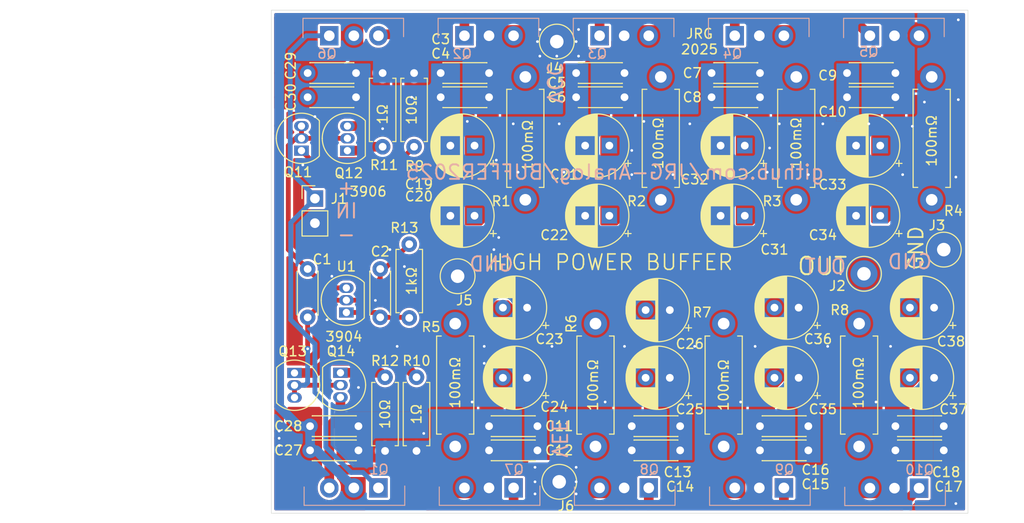
<source format=kicad_pcb>
(kicad_pcb (version 20241229) (generator "pcbnew") (generator_version "9.0")
  (layers (0 "F.Cu" signal) (2 "B.Cu" signal) (13 "F.Paste" user) (15 "B.Paste" user) (5 "F.SilkS" user "F.Silkscreen") (7 "B.SilkS" user "B.Silkscreen") (1 "F.Mask" user) (3 "B.Mask" user) (25 "Edge.Cuts" user))
  (net 0 "")
  (net 1 "Net-(Q11-B)")
  (net 2 "Net-(Q13-B)")
  (net 3 "Net-(U1-VO)")
  (net 4 "GND")
  (net 5 "BIAS_H")
  (net 6 "Net-(Q2-E)")
  (net 7 "Net-(Q3-E)")
  (net 8 "Net-(Q4-E)")
  (net 9 "BIAS_L")
  (net 10 "Net-(Q7-E)")
  (net 11 "Net-(Q8-E)")
  (net 12 "Net-(Q9-E)")
  (net 13 "Net-(Q10-E)")
  (net 14 "Net-(Q11-E)")
  (net 15 "Net-(Q12-E)")
  (net 16 "Net-(Q13-E)")
  (net 17 "Net-(Q14-E)")
  (net 18 "Net-(Q5-E)")
  (net 19 "VCC")
  (net 20 "VEE")
  (net 21 "/IN")
  (net 22 "/OUT")
  (footprint "Capacitor_THT:CP_Radial_D6.3mm_P2.50mm" (layer "F.Cu") (at 169.18238 109 180)
    (property "Reference" "C26")
    (property "Value" "100µF")
  )
  (footprint "Capacitor_THT:CP_Radial_D6.3mm_P2.50mm" (layer "F.Cu") (at 190.93238 99.25 180)
    (property "Reference" "C34")
    (property "Value" "100µF")
  )
  (footprint "Resistor_THT:R_Axial_DIN0411_L9.9mm_D3.6mm_P12.70mm_Horizontal" (layer "F.Cu") (at 161.5 110.4 -90)
    (property "Reference" "R6")
    (property "Value" "100mΩ")
  )
  (footprint "Resistor_THT:R_Axial_DIN0411_L9.9mm_D3.6mm_P12.70mm_Horizontal" (layer "F.Cu") (at 154.25 84.9 -90)
    (property "Reference" "R1")
    (property "Value" "100mΩ")
  )
  (footprint "Resistor_THT:R_Axial_DIN0207_L6.3mm_D2.5mm_P7.62mm_Horizontal" (layer "F.Cu") (at 142.25 109.81 90)
    (property "Reference" "R13")
    (property "Value" "1kΩ")
  )
  (footprint "Package_TO_SOT_THT:TO-92_Inline" (layer "F.Cu") (at 135.75 109.25 90)
    (property "Reference" "U1")
    (property "Value" "L78L05")
  )
  (footprint "Package_TO_SOT_THT:TO-92_Inline" (layer "F.Cu") (at 135.86 92.52 90)
    (property "Reference" "Q12")
    (property "Value" "2N3906")
  )
  (footprint "Capacitor_THT:CP_Radial_D6.3mm_P2.50mm" (layer "F.Cu") (at 176.93238 92 180)
    (property "Reference" "C32")
    (property "Value" "100µF")
  )
  (footprint "Capacitor_THT:CP_Radial_D6.3mm_P2.50mm" (layer "F.Cu") (at 182.5 116 180)
    (property "Reference" "C35")
    (property "Value" "100µF")
  )
  (footprint "Capacitor_THT:CP_Radial_D6.3mm_P2.50mm" (layer "F.Cu") (at 196.5 108.75 180)
    (property "Reference" "C38")
    (property "Value" "100µF")
  )
  (footprint "Capacitor_THT:C_Disc_D4.3mm_W1.9mm_P5.00mm" (layer "F.Cu") (at 150.5 123.5)
    (property "Reference" "C12")
    (property "Value" "100nF")
  )
  (footprint "TestPoint:TestPoint_Loop_D3.50mm_Drill1.4mm_Beaded" (layer "F.Cu") (at 157.5 81.25)
    (property "Reference" "J4")
    (property "Value" "~")
  )
  (footprint "Capacitor_THT:CP_Radial_D6.3mm_P2.50mm" (layer "F.Cu") (at 154.432379 108.75 180)
    (property "Reference" "C23")
    (property "Value" "100µF")
  )
  (footprint "Capacitor_THT:C_Disc_D4.3mm_W1.9mm_P5.00mm" (layer "F.Cu") (at 164.5 84.5 180)
    (property "Reference" "C5")
    (property "Value" "100nF")
  )
  (footprint "Capacitor_THT:CP_Radial_D6.3mm_P2.50mm" (layer "F.Cu") (at 162.93238 92 180)
    (property "Reference" "C21")
    (property "Value" "100µF")
  )
  (footprint "Capacitor_THT:C_Disc_D4.3mm_W1.9mm_P5.00mm" (layer "F.Cu") (at 164.5 87 180)
    (property "Reference" "C6")
    (property "Value" "100nF")
  )
  (footprint "Resistor_THT:R_Axial_DIN0207_L6.3mm_D2.5mm_P7.62mm_Horizontal" (layer "F.Cu") (at 139.75 115.94 -90)
    (property "Reference" "R12")
    (property "Value" "1Ω")
  )
  (footprint "Capacitor_THT:C_Disc_D4.3mm_W1.9mm_P5.00mm" (layer "F.Cu") (at 178.5 84.5 180)
    (property "Reference" "C7")
    (property "Value" "100nF")
  )
  (footprint "Capacitor_THT:C_Disc_D4.3mm_W1.9mm_P5.00mm" (layer "F.Cu") (at 192.5 123.5)
    (property "Reference" "C17")
    (property "Value" "100nF")
  )
  (footprint "Capacitor_THT:C_Disc_D4.3mm_W1.9mm_P5.00mm" (layer "F.Cu") (at 150.5 84.5 180)
    (property "Reference" "C3")
    (property "Value" "100nF")
  )
  (footprint "TestPoint:TestPoint_Loop_D3.50mm_Drill1.4mm_Beaded" (layer "F.Cu") (at 189.25 105.25 180)
    (property "Reference" "J2")
    (property "Value" "~")
  )
  (footprint "Capacitor_THT:CP_Radial_D6.3mm_P2.50mm" (layer "F.Cu") (at 162.93238 99.25 180)
    (property "Reference" "C22")
    (property "Value" "100µF")
  )
  (footprint "Capacitor_THT:C_Disc_D4.3mm_W1.9mm_P5.00mm" (layer "F.Cu") (at 132 123.5)
    (property "Reference" "C27")
    (property "Value" "100nF")
  )
  (footprint "Resistor_THT:R_Axial_DIN0411_L9.9mm_D3.6mm_P12.70mm_Horizontal" (layer "F.Cu") (at 196.25 84.9 -90)
    (property "Reference" "R4")
    (property "Value" "100mΩ")
  )
  (footprint "Capacitor_THT:C_Disc_D4.3mm_W1.9mm_P5.00mm" (layer "F.Cu") (at 178.5 87 180)
    (property "Reference" "C8")
    (property "Value" "100nF")
  )
  (footprint "Capacitor_THT:CP_Radial_D6.3mm_P2.50mm" (layer "F.Cu") (at 190.93238 92 180)
    (property "Reference" "C33")
    (property "Value" "100µF")
  )
  (footprint "Resistor_THT:R_Axial_DIN0207_L6.3mm_D2.5mm_P7.62mm_Horizontal" (layer "F.Cu") (at 143 115.94 -90)
    (property "Reference" "R10")
    (property "Value" "10Ω")
  )
  (footprint "TestPoint:TestPoint_Loop_D3.50mm_Drill1.4mm_Beaded" (layer "F.Cu") (at 197.5 102.75 180)
    (property "Reference" "J3")
    (property "Value" "~")
  )
  (footprint "Capacitor_THT:C_Disc_D4.3mm_W1.9mm_P5.00mm" (layer "F.Cu") (at 131.75 87)
    (property "Reference" "C30")
    (property "Value" "100nF")
  )
  (footprint "Capacitor_THT:CP_Radial_D6.3mm_P2.50mm" (layer "F.Cu") (at 169.182379 116 180)
    (property "Reference" "C25")
    (property "Value" "100µF")
  )
  (footprint "Capacitor_THT:C_Disc_D4.3mm_W1.9mm_P5.00mm" (layer "F.Cu") (at 131.75 84.5)
    (property "Reference" "C29")
    (property "Value" "100nF")
  )
  (footprint "Capacitor_THT:C_Disc_D4.3mm_W1.9mm_P5.00mm" (layer "F.Cu") (at 192.5 121)
    (property "Reference" "C18")
    (property "Value" "100nF")
  )
  (footprint "Capacitor_THT:CP_Radial_D6.3mm_P2.50mm" (layer "F.Cu") (at 149 99.25 180)
    (property "Reference" "C20")
    (property "Value" "100µF")
  )
  (footprint "Resistor_THT:R_Axial_DIN0411_L9.9mm_D3.6mm_P12.70mm_Horizontal" (layer "F.Cu") (at 168.25 84.9 -90)
    (property "Reference" "R2")
    (property "Value" "100mΩ")
  )
  (footprint "Capacitor_THT:CP_Radial_D6.3mm_P2.50mm" (layer "F.Cu") (at 154.432379 116 180)
    (property "Reference" "C24")
    (property "Value" "100µF")
  )
  (footprint "Capacitor_THT:CP_Radial_D6.3mm_P2.50mm" (layer "F.Cu") (at 176.93238 99.25 180)
    (property "Reference" "C31")
    (property "Value" "100µF")
  )
  (footprint "Capacitor_THT:CP_Radial_D6.3mm_P2.50mm" (layer "F.Cu") (at 182.5 108.75 180)
    (property "Reference" "C36")
    (property "Value" "100µF")
  )
  (footprint "Capacitor_THT:CP_Radial_D6.3mm_P2.50mm" (layer "F.Cu") (at 149 92 180)
    (property "Reference" "C19")
    (property "Value" "100µF")
  )
  (footprint "Package_TO_SOT_THT:TO-92_Inline" (layer "F.Cu") (at 131.11 92.52 90)
    (property "Reference" "Q11")
    (property "Value" "2N3906")
  )
  (footprint "Resistor_THT:R_Axial_DIN0207_L6.3mm_D2.5mm_P7.62mm_Horizontal" (layer "F.Cu") (at 142.75 84.5 -90)
    (property "Reference" "R9")
    (property "Value" "10Ω")
  )
  (footprint "TestPoint:TestPoint_Loop_D3.50mm_Drill1.4mm_Beaded" (layer "F.Cu") (at 147.25 105.5)
    (property "Reference" "J5")
    (property "Value" "~")
  )
  (footprint "Connector_PinHeader_2.54mm:PinHeader_1x02_P2.54mm_Vertical" (layer "F.Cu") (at 132.5 97.475)
    (property "Reference" "J1")
    (property "Value" "Conn_Coaxial")
  )
  (footprint "Resistor_THT:R_Axial_DIN0207_L6.3mm_D2.5mm_P7.62mm_Horizontal" (layer "F.Cu") (at 139.5 84.5 -90)
    (property "Reference" "R11")
    (property "Value" "1Ω")
  )
  (footprint "Capacitor_THT:C_Disc_D4.3mm_W1.9mm_P5.00mm" (layer "F.Cu") (at 178.5 123.5)
    (property "Reference" "C15")
    (property "Value" "100nF")
  )
  (footprint "Capacitor_THT:C_Disc_D4.3mm_W1.9mm_P5.00mm" (layer "F.Cu") (at 165.25 123.5)
    (property "Reference" "C14")
    (property "Value" "100nF")
  )
  (footprint "Resistor_THT:R_Axial_DIN0411_L9.9mm_D3.6mm_P12.70mm_Horizontal" (layer "F.Cu") (at 182.25 84.9 -90)
    (property "Reference" "R3")
    (property "Value" "100mΩ")
  )
  (footprint "Resistor_THT:R_Axial_DIN0411_L9.9mm_D3.6mm_P12.70mm_Horizontal" (layer "F.Cu") (at 188.75 110.4 -90)
    (property "Reference" "R8")
    (property "Value" "100mΩ")
  )
  (footprint "Capacitor_THT:C_Disc_D4.3mm_W1.9mm_P5.00mm" (layer "F.Cu") (at 192.5 84.5 180)
    (property "Reference" "C9")
    (property "Value" "100nF")
  )
  (footprint "Package_TO_SOT_THT:TO-92_Inline" (layer "F.Cu") (at 135.14 115.48 -90)
    (property "Reference" "Q14")
    (property "Value" "2N3904")
  )
  (footprint "TestPoint:TestPoint_Loop_D3.50mm_Drill1.4mm_Beaded" (layer "F.Cu") (at 157.75 126.75)
    (property "Reference" "J6")
    (property "Value" "~")
  )
  (footprint "Capacitor_THT:C_Disc_D4.3mm_W1.9mm_P5.00mm" (layer "F.Cu") (at 150.5 121)
    (property "Reference" "C11")
    (property "Value" "100nF")
  )
  (footprint "Capacitor_THT:C_Disc_D4.3mm_W1.9mm_P5.00mm" (layer "F.Cu") (at 131.75 104.75 -90)
    (property "Reference" "C1")
    (property "Value" "100nF")
  )
  (footprint "Capacitor_THT:C_Disc_D4.3mm_W1.9mm_P5.00mm" (layer "F.Cu") (at 192.5 87 180)
    (property "Reference" "C10")
    (property "Value" "100nF")
  )
  (footprint "Resistor_THT:R_Axial_DIN0411_L9.9mm_D3.6mm_P12.70mm_Horizontal" (layer "F.Cu") (at 147 110.4 -90)
    (property "Reference" "R5")
    (property "Value" "100mΩ")
  )
  (footprint "Resistor_THT:R_Axial_DIN0411_L9.9mm_D3.6mm_P12.70mm_Horizontal" (layer "F.Cu") (at 174.75 110.4 -90)
    (property "Reference" "R7")
    (property "Value" "100mΩ")
  )
  (footprint "Capacitor_THT:C_Disc_D4.3mm_W1.9mm_P5.00mm" (layer "F.Cu") (at 165.25 121)
    (property "Reference" "C13")
    (property "Value" "100nF")
  )
  (footprint "Capacitor_THT:C_Disc_D4.3mm_W1.9mm_P5.00mm" (layer "F.Cu") (at 150.5 87 180)
    (property "Reference" "C4")
    (property "Value" "100nF")
  )
  (footprint "Capacitor_THT:CP_Radial_D6.3mm_P2.50mm" (layer "F.Cu") (at 196.5 116 180)
    (property "Reference" "C37")
    (property "Value" "100µF")
  )
  (footprint "Capacitor_THT:C_Disc_D4.3mm_W1.9mm_P5.00mm" (layer "F.Cu") (at 178.5 121)
    (property "Reference" "C16")
    (property "Value" "100nF")
  )
  (footprint "Capacitor_THT:C_Disc_D4.3mm_W1.9mm_P5.00mm" (layer "F.Cu") (at 132 121)
    (property "Reference" "C28")
    (property "Value" "100nF")
  )
  (footprint "Package_TO_SOT_THT:TO-92_Inline" (layer "F.Cu") (at 130.39 115.5 -90)
    (property "Reference" "Q13")
    (property "Value" "2N3904")
  )
  (footprint "Capacitor_THT:C_Disc_D4.3mm_W1.9mm_P5.00mm" (layer "F.Cu") (at 139.25 109.75 90)
    (property "Reference" "C2")
    (property "Value" "100nF")
  )
  (footprint "AA JG Lib Footprints Library:TO-220-3_Vertical_FP" (layer "B.Cu") (at 153.035 80.645 180)
    (property "Reference" "Q2")
    (property "Value" "C6144")
  )
  (footprint "AA JG Lib Footprints Library:TO-220-3_Vertical_FP" (layer "B.Cu") (at 180.975 80.645 180)
    (property "Reference" "Q4")
    (property "Value" "C6144")
  )
  (footprint "AA JG Lib Footprints Library:TO-220-3_Vertical_FP" (layer "B.Cu") (at 194.945 80.645 180)
    (property "Reference" "Q5")
    (property "Value" "C6144")
  )
  (footprint "AA JG Lib Footprints Library:TO-220-3_Vertical_FP" (layer "B.Cu") (at 161.925 127.381)
    (property "Reference" "Q8")
    (property "Value" "A2222")
  )
  (footprint "AA JG Lib Footprints Library:TO-220-3_Vertical_FP" (layer "B.Cu") (at 139.065 80.645 180)
    (property "Reference" "Q6")
    (property "Value" "A2222")
  )
  (footprint "AA JG Lib Footprints Library:TO-220-3_Vertical_FP" (layer "B.Cu") (at 175.895 127.381)
    (property "Reference" "Q9")
    (property "Value" "A2222")
  )
  (footprint "AA JG Lib Footprints Library:TO-220-3_Vertical_FP" (layer "B.Cu") (at 147.955 127.381)
    (property "Reference" "Q7")
    (property "Value" "A2222")
  )
  (footprint "AA JG Lib Footprints Library:TO-220-3_Vertical_FP" (layer "B.Cu") (at 167.005 80.645 180)
    (property "Reference" "Q3")
    (property "Value" "C6144")
  )
  (footprint "AA JG Lib Footprints Library:TO-220-3_Vertical_FP" (layer "B.Cu") (at 133.985 127.381)
    (property "Reference" "Q1")
    (property "Value" "C6144")
  )
  (footprint "AA JG Lib Footprints Library:TO-220-3_Vertical_FP" (layer "B.Cu") (at 189.865 127.4065)
    (property "Reference" "Q10")
    (property "Value" "A2222")
  )
  (gr_rect (start 128 78) (end 200 130) (stroke (width 0.05)) (fill no) (layer "Edge.Cuts"))
  (gr_text "100mΩ" (at 154.5 92 90) (layer "F.SilkS") (effects (font (size 1 1))))
  (gr_text "GND" (at 195.5 105 90) (layer "F.SilkS") (effects (font (size 1.5 1.5) (thickness 0.18)) (justify left bottom)))
  (gr_text "100mΩ" (at 196.25 91.5 90) (layer "F.SilkS") (effects (font (size 1 1))))
  (gr_text "1kΩ" (at 142.5 106 90) (layer "F.SilkS") (effects (font (size 1 1))))
  (gr_text "10Ω" (at 142.5 88.31 90) (layer "F.SilkS") (effects (font (size 1 1))))
  (gr_text "100mΩ" (at 174.75 116.75 90) (layer "F.SilkS") (effects (font (size 1 1))))
  (gr_text "JRG\n2025" (at 172.25 81.25 0) (layer "F.SilkS") (effects (font (size 1 1))))
  (gr_text "100mΩ" (at 147 116.5 90) (layer "F.SilkS") (effects (font (size 1 1))))
  (gr_text "10Ω" (at 139.75 119.75 90) (layer "F.SilkS") (effects (font (size 1 1))))
  (gr_text "HIGH POWER BUFFER" (at 150.25 105 0) (layer "F.SilkS") (effects (font (size 1.6 1.6) (thickness 0.16)) (justify left bottom)))
  (gr_text "3904" (at 135.5 111.75 0) (layer "F.SilkS") (effects (font (size 1 1))))
  (gr_text "100mΩ" (at 161.25 116.75 90) (layer "F.SilkS") (effects (font (size 1 1))))
  (gr_text "100mΩ" (at 168 91.75 90) (layer "F.SilkS") (effects (font (size 1 1))))
  (gr_text "100mΩ" (at 188.7 116.5 90) (layer "F.SilkS") (effects (font (size 1 1))))
  (gr_text "1Ω" (at 139.5 88.75 90) (layer "F.SilkS") (effects (font (size 1 1))))
  (gr_text "1Ω" (at 143 119.75 90) (layer "F.SilkS") (effects (font (size 1 1))))
  (gr_text "3906" (at 138 96.75 0) (layer "F.SilkS") (effects (font (size 1 1))))
  (gr_text "100mΩ" (at 182.25 91.75 90) (layer "F.SilkS") (effects (font (size 1 1))))
  (gr_text "OUT" (at 182.25 105.52 0) (layer "F.SilkS") (effects (font (size 1.8 1.8) (thickness 0.2)) (justify left bottom)))
  (gr_text "VCC" (at 157.25 85.5 270) (layer "B.SilkS") (effects (font (size 1.5 1.5) (thickness 0.2)) (justify mirror)))
  (gr_text "GND" (at 150.75 104.25 0) (layer "B.SilkS") (effects (font (size 1.5 1.5) (thickness 0.2)) (justify mirror)))
  (gr_text "+\nIN\n-" (at 135.75 98.75 0) (layer "B.SilkS") (effects (font (size 1.5 1.5) (thickness 0.2)) (justify mirror)))
  (gr_text "github.com/JRG-Analog/BUFFER2025" (at 163.5 94.75 0) (layer "B.SilkS") (effects (font (size 1.5 1.5) (thickness 0.2)) (justify mirror)))
  (gr_text "VEE" (at 157.75 122.25 270) (layer "B.SilkS") (effects (font (size 1.5 1.5) (thickness 0.2)) (justify mirror)))
  (gr_text "GND" (at 194 104 0) (layer "B.SilkS") (effects (font (size 1.5 1.5) (thickness 0.2)) (justify mirror)))
  (gr_text "OUT" (at 185.25 104.5 0) (layer "B.SilkS") (effects (font (size 1.5 1.5) (thickness 0.2)) (justify mirror)))
  (segment (start 131.11 91.25) (end 130.5 91.25) (width 0.5) (layer "F.Cu") (net 1))
  (segment (start 129.75 92) (end 129.75 102.75) (width 0.5) (layer "F.Cu") (net 1))
  (segment (start 133.71 106.71) (end 131.75 104.75) (width 0.5) (layer "F.Cu") (net 1))
  (segment (start 129.75 102.75) (end 131.75 104.75) (width 0.5) (layer "F.Cu") (net 1))
  (segment (start 131.11 91.25) (end 131.11 89.98) (width 0.5) (layer "F.Cu") (net 1))
  (segment (start 130.5 91.25) (end 129.75 92) (width 0.5) (layer "F.Cu") (net 1))
  (segment (start 131.11 91.25) (end 135.86 91.25) (width 0.5) (layer "F.Cu") (net 1))
  (segment (start 135.75 106.71) (end 133.71 106.71) (width 0.5) (layer "F.Cu") (net 1))
  (segment (start 133.52 107.98) (end 131.75 109.75) (width 0.5) (layer "F.Cu") (net 2))
  (segment (start 135.75 107.98) (end 133.52 107.98) (width 0.5) (layer "F.Cu") (net 2))
  (segment (start 130.39 116.77) (end 135.12 116.77) (width 0.5) (layer "F.Cu") (net 2))
  (segment (start 139.25 104.75) (end 139.69 104.75) (width 0.5) (layer "F.Cu") (net 2))
  (segment (start 135.75 107.98) (end 137 107.98) (width 0.5) (layer "F.Cu") (net 2))
  (segment (start 139.25 105.73) (end 139.25 104.75) (width 0.5) (layer "F.Cu") (net 2))
  (segment (start 139.69 104.75) (end 142.25 102.19) (width 0.5) (layer "F.Cu") (net 2))
  (segment (start 137 107.98) (end 139.25 105.73) (width 0.5) (layer "F.Cu") (net 2))
  (segment (start 130.39 118.04) (end 130.39 116.77) (width 0.5) (layer "F.Cu") (net 2))
  (segment (start 135.12 116.77) (end 135.14 116.75) (width 0.5) (layer "F.Cu") (net 2))
  (segment (start 131.75 109.75) (end 131.75 113) (width 0.5) (layer "F.Cu") (net 2))
  (via (at 131.75 113) (size 0.6) (drill 0.28) (layers "F.Cu" "B.Cu") (net 2))
  (segment (start 131.48 116.77) (end 130.39 116.77) (width 0.5) (layer "B.Cu") (net 2))
  (segment (start 131.75 113) (end 131.75 116.5) (width 0.5) (layer "B.Cu") (net 2))
  (segment (start 131.75 116.5) (end 131.48 116.77) (width 0.5) (layer "B.Cu") (net 2))
  (segment (start 139.25 109.75) (end 142.19 109.75) (width 0.5) (layer "F.Cu") (net 3))
  (segment (start 142.19 109.75) (end 142.25 109.81) (width 0.5) (layer "F.Cu") (net 3))
  (segment (start 138.75 109.25) (end 139.25 109.75) (width 0.5) (layer "F.Cu") (net 3))
  (segment (start 135.75 109.25) (end 138.75 109.25) (width 0.5) (layer "F.Cu") (net 3))
  (segment (start 136.525 84.475) (end 136.5 84.5) (width 1) (layer "F.Cu") (net 4))
  (segment (start 146.5 99.25) (end 146.5 104.75) (width 1) (layer "F.Cu") (net 4))
  (segment (start 146.5 104.75) (end 147.25 105.5) (width 1) (layer "F.Cu") (net 4))
  (segment (start 146.5 92) (end 146.5 99.25) (width 1) (layer "F.Cu") (net 4))
  (via (at 178 112.75) (size 0.6) (drill 0.28) (layers "F.Cu" "B.Cu") (net 4))
  (via (at 190.5 118.5) (size 0.6) (drill 0.28) (layers "F.Cu" "B.Cu") (net 4))
  (via (at 199 79) (size 0.6) (drill 0.28) (layers "F.Cu" "B.Cu") (net 4))
  (via (at 139.5 90.25) (size 0.6) (drill 0.28) (layers "F.Cu" "B.Cu") (net 4))
  (via (at 195.5 87.5) (size 0.6) (drill 0.28) (layers "F.Cu" "B.Cu") (net 4))
  (via (at 157.75 89.75) (size 0.6) (drill 0.28) (layers "F.Cu" "B.Cu") (net 4))
  (via (at 193.25 95) (size 0.6) (drill 0.28) (layers "F.Cu" "B.Cu") (net 4))
  (via (at 164.5 112.75) (size 0.6) (drill 0.28) (layers "F.Cu" "B.Cu") (net 4))
  (via (at 169.5 95) (size 0.6) (drill 0.28) (layers "F.Cu" "B.Cu") (net 4))
  (via (at 194.25 90) (size 0.6) (drill 0.28) (layers "F.Cu" "B.Cu") (net 4))
  (via (at 176.5 118.5) (size 0.6) (drill 0.28) (layers "F.Cu" "B.Cu") (net 4))
  (via (at 137 117) (size 0.6) (drill 0.28) (layers "F.Cu" "B.Cu") (net 4))
  (via (at 150 112.75) (size 0.6) (drill 0.28) (layers "F.Cu" "B.Cu") (net 4))
  (via (at 165.25 92.5) (size 0.6) (drill 0.28) (layers "F.Cu" "B.Cu") (net 4))
  (via (at 171.75 112.75) (size 0.6) (drill 0.28) (layers "F.Cu" "B.Cu") (net 4))
  (via (at 157 112.75) (size 0.6) (drill 0.28) (layers "F.Cu" "B.Cu") (net 4))
  (via (at 138.75 108) (size 0.6) (drill 0.28) (layers "F.Cu" "B.Cu") (net 4))
  (via (at 171.25 89.75) (size 0.6) (drill 0.28) (layers "F.Cu" "B.Cu") (net 4))
  (via (at 131.25 94) (size 0.6) (drill 0.28) (layers "F.Cu" "B.Cu") (net 4))
  (via (at 183.5 95) (size 0.6) (drill 0.28) (layers "F.Cu" "B.Cu") (net 4))
  (via (at 199 87.25) (size 0.6) (drill 0.28) (layers "F.Cu" "B.Cu") (net 4))
  (via (at 179.25 94.75) (size 0.6) (drill 0.28) (layers "F.Cu" "B.Cu") (net 4))
  (via (at 179.5 92.25) (size 0.6) (drill 0.28) (layers "F.Cu" "B.Cu") (net 4))
  (via (at 153 89.75) (size 0.6) (drill 0.28) (layers "F.Cu" "B.Cu") (net 4))
  (via (at 143.75 121.75) (size 0.6) (drill 0.28) (layers "F.Cu" "B.Cu") (net 4))
  (via (at 132.5 89) (size 0.6) (drill 0.28) (layers "F.Cu" "B.Cu") (net 4))
  (via (at 148.25 89.5) (size 0.6) (drill 0.28) (layers "F.Cu" "B.Cu") (net 4))
  (via (at 185 89.75) (size 0.6) (drill 0.28) (layers "F.Cu" "B.Cu") (net 4))
  (via (at 185.5 112.75) (size 0.6) (drill 0.28) (layers "F.Cu" "B.Cu") (net 4))
  (via (at 198.75 129) (size 0.6) (drill 0.28) (layers "F.Cu" "B.Cu") (net 4))
  (via (at 151.25 93.5) (size 0.6) (drill 0.28) (layers "F.Cu" "B.Cu") (net 4))
  (via (at 162.5 118.5) (size 0.6) (drill 0.28) (layers "F.Cu" "B.Cu") (net 4))
  (via (at 148.75 118.5) (size 0.6) (drill 0.28) (layers "F.Cu" "B.Cu") (net 4))
  (via (at 140.25 102.75) (size 0.6) (drill 0.28) (layers "F.Cu" "B.Cu") (net 4))
  (via (at 180.5 89.75) (size 0.6) (drill 0.28) (layers "F.Cu" "B.Cu") (net 4))
  (via (at 133.75 110) (size 0.6) (drill 0.28) (layers "F.Cu" "B.Cu") (net 4))
  (via (at 165.25 95) (size 0.6) (drill 0.28) (layers "F.Cu" "B.Cu") (net 4))
  (via (at 151 102.75) (size 0.6) (drill 0.28) (layers "F.Cu" "B.Cu") (net 4))
  (via (at 166.5 89.5) (size 0.6) (drill 0.28) (layers "F.Cu" "B.Cu") (net 4))
  (via (at 158.25 94.75) (size 0.6) (drill 0.28) (layers "F.Cu" "B.Cu") (net 4))
  (via (at 153.5 94.75) (size 0.6) (drill 0.28) (layers "F.Cu" "B.Cu") (net 4))
  (via (at 134.25 105.5) (size 0.6) (drill 0.28) (layers "F.Cu" "B.Cu") (net 4))
  (via (at 134.25 112.75) (size 0.6) (drill 0.28) (layers "F.Cu" "B.Cu") (net 4))
  (via (at 192 112.75) (size 0.6) (drill 0.28) (layers "F.Cu" "B.Cu") (net 4))
  (via (at 141.75 104.5) (size 0.6) (drill 0.28) (layers "F.Cu" "B.Cu") (net 4))
  (via (at 189.75 89.75) (size 0.6) (drill 0.28) (layers "F.Cu" "B.Cu") (net 4))
  (via (at 142.5 87) (size 0.6) (drill 0.28) (layers "F.Cu" "B.Cu") (net 4))
  (via (at 198.75 95.25) (size 0.6) (drill 0.28) (layers "F.Cu" "B.Cu") (net 4))
  (via (at 150 114.5) (size 0.6) (drill 0.28) (layers "F.Cu" "B.Cu") (net 4))
  (via (at 151.5 101.5) (size 0.6) (drill 0.28) (layers "F.Cu" "B.Cu") (net 4))
  (via (at 141 112.75) (size 0.6) (drill 0.28) (layers "F.Cu" "B.Cu") (net 4))
  (segment (start 154.25 104) (end 148.5 104) (width 1) (layer "B.Cu") (net 4))
  (segment (start 160.43238 92) (end 160.43238 99.25) (width 1) (layer "B.Cu") (net 4))
  (segment (start 188.43238 92) (end 188.43238 99.25) (width 1) (layer "B.Cu") (net 4))
  (segment (start 145.5 84.5) (end 145.5 87) (width 1) (layer "B.Cu") (net 4))
  (segment (start 132.5 100.015) (end 145.735 100.015) (width 1) (layer "B.Cu") (net 4))
  (segment (start 150 114.5) (end 154.5 114.5) (width 1) (layer "B.Cu") (net 4))
  (segment (start 148.5 104.25) (end 147.25 105.5) (width 1) (layer "B.Cu") (net 4))
  (segment (start 154.5 114.5) (end 154.432379 114.432379) (width 1) (layer "B.Cu") (net 4))
  (segment (start 136.75 84.5) (end 136.75 87) (width 1) (layer "B.Cu") (net 4))
  (segment (start 174.43238 103.61476) (end 174.75 103.93238) (width 1) (layer "B.Cu") (net 4))
  (segment (start 148.5 104) (end 148.5 104.25) (width 1) (layer "B.Cu") (net 4))
  (segment (start 154.432379 114.432379) (end 154.432379 108.75) (width 1) (layer "B.Cu") (net 4))
  (segment (start 191 102.5) (end 191.25 102.75) (width 1) (layer "B.Cu") (net 4))
  (segment (start 160.43238 103.93238) (end 174.75 103.93238) (width 1) (layer "B.Cu") (net 4))
  (segment (start 174.43238 99.25) (end 174.43238 103.61476) (width 1) (layer "B.Cu") (net 4))
  (segment (start 154.432379 104.182379) (end 154.25 104) (width 1) (layer "B.Cu") (net 4))
  (segment (start 141.5 121) (end 148 114.5) (width 1) (layer "B.Cu") (net 4))
  (segment (start 187.25 102.5) (end 188.75 102.5) (width 1) (layer "B.Cu") (net 4))
  (segment (start 154.5 114.5) (end 154.5 115.932379) (width 1) (layer "B.Cu") (net 4))
  (segment (start 160.43238 103.93238) (end 160.5 104) (width 1) (layer "B.Cu") (net 4))
  (segment (start 154.5 115.932379) (end 154.432379 116) (width 1) (layer "B.Cu") (net 4))
  (segment (start 137 121) (end 141.5 121) (width 1) (layer "B.Cu") (net 4))
  (segment (start 142.5 87) (end 145.5 87) (width 1) (layer "B.Cu") (net 4))
  (segment (start 145.5 91) (end 146.5 92) (width 1) (layer "B.Cu") (net 4))
  (segment (start 188.43238 99.25) (end 188.43238 102.18238) (width 1) (layer "B.Cu") (net 4))
  (segment (start 160.43238 99.25) (end 160.43238 103.93238) (width 1) (layer "B.Cu") (net 4))
  (segment (start 174.75 103.93238) (end 185.81762 103.93238) (width 1) (layer "B.Cu") (net 4))
  (segment (start 191.25 102.75) (end 197.5 102.75) (width 1) (layer "B.Cu") (net 4))
  (segment (start 145.5 87) (end 145.5 91) (width 1) (layer "B.Cu") (net 4))
  (segment (start 185.81762 103.93238) (end 187.25 102.5) (width 1) (layer "B.Cu") (net 4))
  (segment (start 160.5 104) (end 154.25 104) (width 1) (layer "B.Cu") (net 4))
  (segment (start 145.735 100.015) (end 146.5 99.25) (width 1) (layer "B.Cu") (net 4))
  (segment (start 148 114.5) (end 150 114.5) (width 1) (layer "B.Cu") (net 4))
  (segment (start 136.75 87) (end 142.5 87) (width 1) (layer "B.Cu") (net 4))
  (segment (start 174.43238 92) (end 174.43238 99.25) (width 1) (layer "B.Cu") (net 4))
  (segment (start 188.75 102.5) (end 191 102.5) (width 1) (layer "B.Cu") (net 4))
  (segment (start 154.432379 108.75) (end 154.432379 104.182379) (width 1) (layer "B.Cu") (net 4))
  (segment (start 188.43238 102.18238) (end 188.75 102.5) (width 1) (layer "B.Cu") (net 4))
  (segment (start 162 78.801) (end 176 78.801) (width 1) (layer "F.Cu") (net 5))
  (segment (start 161.925 80.645) (end 161.925 78.876) (width 1) (layer "F.Cu") (net 5))
  (segment (start 147.955 78.846) (end 148 78.801) (width 1) (layer "F.Cu") (net 5))
  (segment (start 142.75 78.801) (end 148 78.801) (width 1) (layer "F.Cu") (net 5))
  (segment (start 139.21 80.5) (end 139.065 80.645) (width 1) (layer "F.Cu") (net 5))
  (segment (start 137.77 89.98) (end 141 86.75) (width 1) (layer "F.Cu") (net 5))
  (segment (start 141 86.75) (end 141 80.5) (width 1) (layer "F.Cu") (net 5))
  (segment (start 141 80.5) (end 141.051 80.5) (width 1) (layer "F.Cu") (net 5))
  (segment (start 139.065 80.645) (end 139.307 80.403) (width 1) (layer "F.Cu") (net 5))
  (segment (start 141 80.5) (end 139.21 80.5) (width 1) (layer "F.Cu") (net 5))
  (segment (start 161.925 78.876) (end 162 78.801) (width 1) (layer "F.Cu") (net 5))
  (segment (start 147.955 80.645) (end 147.955 78.846) (width 1) (layer "F.Cu") (net 5))
  (segment (start 188.021 78.801) (end 189.865 80.645) (width 1) (layer "F.Cu") (net 5))
  (segment (start 148 78.801) (end 162 78.801) (width 1) (layer "F.Cu") (net 5))
  (segment (start 135.86 89.98) (end 137.77 89.98) (width 1) (layer "F.Cu") (net 5))
  (segment (start 141.051 80.5) (end 142.75 78.801) (width 1) (layer "F.Cu") (net 5))
  (segment (start 175.895 78.906) (end 176 78.801) (width 1) (layer "F.Cu") (net 5))
  (segment (start 176 78.801) (end 188.021 78.801) (width 1) (layer "F.Cu") (net 5))
  (segment (start 175.895 80.645) (end 175.895 78.906) (width 1) (layer "F.Cu") (net 5))
  (segment (start 153.035 83.685) (end 154.25 84.9) (width 1) (layer "F.Cu") (net 6))
  (segment (start 153.035 80.645) (end 153.035 83.685) (width 1) (layer "F.Cu") (net 6))
  (segment (start 167.005 80.645) (end 167.005 83.655) (width 1) (layer "F.Cu") (net 7))
  (segment (start 167.005 83.655) (end 168.25 84.9) (width 1) (layer "F.Cu") (net 7))
  (segment (start 180.975 83.625) (end 182.25 84.9) (width 1) (layer "F.Cu") (net 8))
  (segment (start 180.975 80.645) (end 180.975 83.625) (width 1) (layer "F.Cu") (net 8))
  (segment (start 167 129.199) (end 181 129.199) (width 1) (layer "F.Cu") (net 9))
  (segment (start 167.005 127.381) (end 167.005 129.194) (width 1) (layer "F.Cu") (net 9))
  (segment (start 181 129.199) (end 193.1525 129.199) (width 1) (layer "F.Cu") (net 9))
  (segment (start 193.1525 129.199) (end 194.945 127.4065) (width 1) (layer "F.Cu") (net 9))
  (segment (start 153.035 129.164) (end 153 129.199) (width 1) (layer "F.Cu") (net 9))
  (segment (start 180.975 129.174) (end 181 129.199) (width 1) (layer "F.Cu") (net 9))
  (segment (start 144.1575 129.199) (end 140.4585 125.5) (width 1) (layer "F.Cu") (net 9))
  (segment (start 153 129.199) (end 144.1575 129.199) (width 1) (layer "F.Cu") (net 9))
  (segment (start 133.985 125.5) (end 133.985 127.381) (width 1) (layer "F.Cu") (net 9))
  (segment (start 153.035 127.381) (end 153.035 129.164) (width 1) (layer "F.Cu") (net 9))
  (segment (start 140.4585 125.5) (end 133.985 125.5) (width 1) (layer "F.Cu") (net 9))
  (segment (start 135.14 118.02) (end 135.14 119.86) (width 1) (layer "F.Cu") (net 9))
  (segment (start 153 129.199) (end 167 129.199) (width 1) (layer "F.Cu") (net 9))
  (segment (start 180.975 127.381) (end 180.975 129.174) (width 1) (layer "F.Cu") (net 9))
  (segment (start 135.14 119.86) (end 133.985 121.015) (width 1) (layer "F.Cu") (net 9))
  (segment (start 167.005 129.194) (end 167 129.199) (width 1) (layer "F.Cu") (net 9))
  (segment (start 133.985 121.015) (end 133.985 125.5) (width 1) (layer "F.Cu") (net 9))
  (segment (start 147.955 124.055) (end 147 123.1) (width 1) (layer "F.Cu") (net 10))
  (segment (start 147.955 127.381) (end 147.955 124.055) (width 1) (layer "F.Cu") (net 10))
  (segment (start 161.925 123.525) (end 161.5 123.1) (width 1) (layer "F.Cu") (net 11))
  (segment (start 161.925 127.381) (end 161.925 123.525) (width 1) (layer "F.Cu") (net 11))
  (segment (start 175.895 124.245) (end 174.75 123.1) (width 1) (layer "F.Cu") (net 12))
  (segment (start 175.895 127.381) (end 175.895 124.245) (width 1) (layer "F.Cu") (net 12))
  (segment (start 189.865 124.215) (end 188.75 123.1) (width 1) (layer "F.Cu") (net 13))
  (segment (start 189.865 127.4065) (end 189.865 124.215) (width 1) (layer "F.Cu") (net 13))
  (segment (start 132.046 93.456) (end 141.414 93.456) (width 0.5) (layer "F.Cu") (net 14))
  (segment (start 141.414 93.456) (end 142.75 92.12) (width 0.5) (layer "F.Cu") (net 14))
  (segment (start 131.11 92.52) (end 132.046 93.456) (width 0.5) (layer "F.Cu") (net 14))
  (segment (start 139.5 92.12) (end 138.38 92.12) (width 1) (layer "F.Cu") (net 15))
  (segment (start 137.98 92.52) (end 135.86 92.52) (width 1) (layer "F.Cu") (net 15))
  (segment (start 138.38 92.12) (end 137.98 92.52) (width 1) (layer "F.Cu") (net 15))
  (segment (start 132.5 115.5) (end 130.39 115.5) (width 1) (layer "F.Cu") (net 16))
  (segment (start 143 115.94) (end 141.31 114.25) (width 1) (layer "F.Cu") (net 16))
  (segment (start 141.31 114.25) (end 133.75 114.25) (width 1) (layer "F.Cu") (net 16))
  (segment (start 133.75 114.25) (end 132.5 115.5) (width 1) (layer "F.Cu") (net 16))
  (segment (start 139.29 115.48) (end 139.75 115.94) (width 1) (layer "F.Cu") (net 17))
  (segment (start 135.14 115.48) (end 139.29 115.48) (width 1) (layer "F.Cu") (net 17))
  (segment (start 194.945 83.595) (end 196.25 84.9) (width 1) (layer "F.Cu") (net 18))
  (segment (start 194.945 80.645) (end 194.945 83.595) (width 1) (layer "F.Cu") (net 18))
  (segment (start 164.5 90.43238) (end 162.93238 92) (width 1) (layer "F.Cu") (net 19))
  (segment (start 190.93238 92) (end 190.93238 99.25) (width 1) (layer "F.Cu") (net 19))
  (segment (start 192.5 90.43238) (end 190.93238 92) (width 1) (layer "F.Cu") (net 19))
  (segment (start 162.93238 92) (end 162.93238 99.25) (width 1) (layer "F.Cu") (net 19))
  (segment (start 150.5 90.5) (end 149 92) (width 1) (layer "F.Cu") (net 19))
  (segment (start 150.5 87) (end 150.5 90.5) (width 1) (layer "F.Cu") (net 19))
  (segment (start 178.5 87) (end 178.5 90.43238) (width 1) (layer "F.Cu") (net 19))
  (segment (start 176.93238 92) (end 176.93238 99.25) (width 1) (layer "F.Cu") (net 19))
  (segment (start 164.5 87) (end 164.5 90.43238) (width 1) (layer "F.Cu") (net 19))
  (segment (start 149 99.25) (end 149 92) (width 1) (layer "F.Cu") (net 19))
  (segment (start 178.5 90.43238) (end 176.93238 92) (width 1) (layer "F.Cu") (net 19))
  (segment (start 192.5 87) (end 192.5 90.43238) (width 1) (layer "F.Cu") (net 19))
  (via (at 155.5 81.25) (size 0.6) (drill 0.28) (layers "F.Cu" "B.Cu") (net 19))
  (via (at 157.5 82.75) (size 0.6) (drill 0.28) (layers "F.Cu" "B.Cu") (net 19))
  (via (at 159.5 81.25) (size 0.6) (drill 0.28) (layers "F.Cu" "B.Cu") (net 19))
  (via (at 155.75 82.75) (size 0.6) (drill 0.28) (layers "F.Cu" "B.Cu") (net 19))
  (via (at 159.75 82.75) (size 0.6) (drill 0.28) (layers "F.Cu" "B.Cu") (net 19))
  (via (at 155.75 80) (size 0.6) (drill 0.28) (layers "F.Cu" "B.Cu") (net 19))
  (via (at 159.75 80) (size 0.6) (drill 0.28) (layers "F.Cu" "B.Cu") (net 19))
  (segment (start 128.801 119) (end 128.801 78.801) (width 1) (layer "B.Cu") (net 19))
  (segment (start 128.801 78.801) (end 143.25 78.801) (width 1) (layer "B.Cu") (net 19))
  (segment (start 150.495 80.645) (end 150.495 79.505) (width 1) (layer "B.Cu") (net 19))
  (segment (start 157.5 81.25) (end 155.5 81.25) (width 1) (layer "B.Cu") (net 19))
  (segment (start 157.5 81.25) (end 157.5 82.75) (width 1) (layer "B.Cu") (net 19))
  (segment (start 151.199 78.801) (end 191 78.801) (width 1) (layer "B.Cu") (net 19))
  (segment (start 192.405 80.645) (end 192.405 84.405) (width 1) (layer "B.Cu") (net 19))
  (segment (start 178.5 87) (end 178.5 84.5) (width 1) (layer "B.Cu") (net 19))
  (segment (start 150.495 84.495) (end 150.5 84.5) (width 1) (layer "B.Cu") (net 19))
  (segment (start 178.5 80.71) (end 178.435 80.645) (width 1) (layer "B.Cu") (net 19))
  (segment (start 164.5 80.68) (end 164.465 80.645) (width 1) (layer "B.Cu") (net 19))
  (segment (start 142.75 84.5) (end 139.5 84.5) (width 1) (layer "B.Cu") (net 19))
  (segment (start 150.495 79.505) (end 151.199 78.801) (width 1) (layer "B.Cu") (net 19))
  (segment (start 191 78.801) (end 192.405 80.206) (width 1) (layer "B.Cu") (net 19))
  (segment (start 178.5 84.5) (end 178.5 80.71) (width 1) (layer "B.Cu") (net 19))
  (segment (start 130.801 121) (end 132 121) (width 1) (layer "B.Cu") (net 19))
  (segment (start 192.405 80.206) (end 192.405 80.645) (width 1) (layer "B.Cu") (net 19))
  (segment (start 143.25 78.801) (end 143.25 80.745) (width 1) (layer "B.Cu") (net 19))
  (segment (start 150.495 80.645) (end 150.495 83) (width 1) (layer "B.Cu") (net 19))
  (segment (start 150.495 83) (end 150.495 84.495) (width 1) (layer "B.Cu") (net 19))
  (segment (start 132 121) (end 132 123.5) (width 1) (layer "B.Cu") (net 19))
  (segment (start 157.5 81.25) (end 159.5 81.25) (width 1) (layer "B.Cu") (net 19))
  (segment (start 150.5 83.005) (end 150.5 87) (width 1) (layer "B.Cu") (net 19))
  (segment (start 192.405 84.405) (end 192.5 84.5) (width 1) (layer "B.Cu") (net 19))
  (segment (start 142.75 81.245) (end 142.75 84.5) (width 1) (layer "B.Cu") (net 19))
  (segment (start 128.801 119) (end 130.801 121) (width 1) (layer "B.Cu") (net 19))
  (segment (start 150.495 83) (end 150.5 83.005) (width 1) (layer "B.Cu") (net 19))
  (segment (start 164.5 84.5) (end 164.5 80.68) (width 1) (layer "B.Cu") (net 19))
  (segment (start 132.644 123.5) (end 132 123.5) (width 1) (layer "B.Cu") (net 19))
  (segment (start 136.525 127.381) (end 132.644 123.5) (width 1) (layer "B.Cu") (net 19))
  (segment (start 192.5 84.5) (end 192.5 87) (width 1) (layer "B.Cu") (net 19))
  (segment (start 164.5 87) (end 164.5 84.5) (width 1) (layer "B.Cu") (net 19))
  (segment (start 143.25 80.745) (end 142.75 81.245) (width 1) (layer "B.Cu") (net 19))
  (segment (start 128.801 123) (end 128.801 122.25) (width 1) (layer "F.Cu") (net 20))
  (segment (start 135.4045 82.5) (end 132.75 82.5) (width 1) (layer "F.Cu") (net 20))
  (segment (start 128.801 122.25) (end 128.801 121.5) (width 1) (layer "F.Cu") (net 20))
  (segment (start 128.801 89.949) (end 128.801 90.75) (width 1) (layer "F.Cu") (net 20))
  (segment (start 194 116) (end 194 108.75) (width 1) (layer "F.Cu") (net 20))
  (segment (start 139.75 123.56) (end 143 123.56) (width 1) (layer "F.Cu") (net 20))
  (segment (start 151.932379 108.75) (end 151.932379 116) (width 1) (layer "F.Cu") (net 20))
  (segment (start 132.75 83.5) (end 131.75 84.5) (width 1) (layer "F.Cu") (net 20))
  (segment (start 128.801 78.801) (end 128.801 84.5) (width 1) (layer "F.Cu") (net 20))
  (segment (start 150.5 117.432379) (end 150.5 121) (width 1) (layer "F.Cu") (net 20))
  (segment (start 135.551 78.801) (end 128.801 78.801) (width 1) (layer "F.Cu") (net 20))
  (segment (start 136.525 80.645) (end 136.525 81.3795) (width 1) (layer "F.Cu") (net 20))
  (segment (start 192.5 121) (end 192.5 117.5) (width 1) (layer "F.Cu") (net 20))
  (segment (start 180 116) (end 180 108.75) (width 1) (layer "F.Cu") (net 20))
  (segment (start 151.932379 116) (end 150.5 117.432379) (width 1) (layer "F.Cu") (net 20))
  (segment (start 128.801 121.5) (end 128.801 90.75) (width 1) (layer "F.Cu") (net 20))
  (segment (start 178.5 121) (end 178.5 117.5) (width 1) (layer "F.Cu") (net 20))
  (segment (start 178.5 117.5) (end 180 116) (width 1) (layer "F.Cu") (net 20))
  (segment (start 136.525 81.3795) (end 135.4045 82.5) (width 1) (layer "F.Cu") (net 20))
  (segment (start 131.75 84.5) (end 131.75 87) (width 1) (layer "F.Cu") (net 20))
  (segment (start 165.25 117.432379) (end 166.682379 116) (width 1) (layer "F.Cu") (net 20))
  (segment (start 128.801 84.5) (end 128.801 87) (width 1) (layer "F.Cu") (net 20))
  (segment (start 166.68238 109) (end 166.682379 116) (width 1) (layer "F.Cu") (net 20))
  (segment (start 192.5 117.5) (end 194 116) (width 1) (layer "F.Cu") (net 20))
  (segment (start 165.25 121) (end 165.25 117.432379) (width 1) (layer "F.Cu") (net 20))
  (segment (start 136.525 79.775) (end 135.551 78.801) (width 1) (layer "F.Cu") (net 20))
  (segment (start 128.801 87) (end 128.801 89.949) (width 1) (layer "F.Cu") (net 20))
  (segment (start 136.525 80.645) (end 136.525 79.775) (width 1) (layer "F.Cu") (net 20))
  (segment (start 132.75 82.5) (end 132.75 83.5) (width 1) (layer "F.Cu") (net 20))
  (via (at 159.5 126.75) (size 0.6) (drill 0.28) (layers "F.Cu" "B.Cu") (net 20))
  (via (at 128.801 122.25) (size 0.6) (drill 0.28) (layers "F.Cu" "B.Cu") (net 20))
  (via (at 159.5 125.25) (size 0.6) (drill 0.28) (layers "F.Cu" "B.Cu") (net 20))
  (via (at 128.801 123) (size 0.6) (drill 0.28) (layers "F.Cu" "B.Cu") (net 20))
  (via (at 128.801 121.5) (size 0.6) (drill 0.28) (layers "F.Cu" "B.Cu") (net 20))
  (via (at 155.25 126.75) (size 0.6) (drill 0.28) (layers "F.Cu" "B.Cu") (net 20))
  (via (at 159.5 128) (size 0.6) (drill 0.28) (layers "F.Cu" "B.Cu") (net 20))
  (via (at 155.25 128) (size 0.6) (drill 0.28) (layers "F.Cu" "B.Cu") (net 20))
  (via (at 155.25 125.25) (size 0.6) (drill 0.28) (layers "F.Cu" "B.Cu") (net 20))
  (segment (start 178.5 127.316) (end 178.435 127.381) (width 1) (layer "B.Cu") (net 20))
  (segment (start 164.75 129.199) (end 178.75 129.199) (width 1) (layer "B.Cu") (net 20))
  (segment (start 164.465 127.381) (end 164.465 128.914) (width 1) (layer "B.Cu") (net 20))
  (segment (start 150.5 129.199) (end 164.75 129.199) (width 1) (layer "B.Cu") (net 20))
  (segment (start 164.465 127.381) (end 164.465 124.285) (width 1) (layer "B.Cu") (net 20))
  (segment (start 192.5 121) (end 192.5 123.5) (width 1) (layer "B.Cu") (net 20))
  (segment (start 178.5 123.5) (end 178.5 127.316) (width 1) (layer "B.Cu") (net 20))
  (segment (start 192.405 128.544) (end 191.75 129.199) (width 1) (layer "B.Cu") (net 20))
  (segment (start 150.495 127.381) (end 150.495 129.194) (width 1) (layer "B.Cu") (net 20))
  (segment (start 178.435 128.884) (end 178.75 129.199) (width 1) (layer "B.Cu") (net 20))
  (segment (start 150.495 127.381) (end 150.495 123.505) (width 1) (layer "B.Cu") (net 20))
  (segment (start 145.449 129.199) (end 143 126.75) (width 1) (layer "B.Cu") (net 20))
  (segment (start 164.465 124.285) (end 165.25 123.5) (width 1) (layer "B.Cu") (net 20))
  (segment (start 178.5 121) (end 178.5 123.5) (width 1) (layer "B.Cu") (net 20))
  (segment (start 145.449 129.199) (end 150.5 129.199) (width 1) (layer "B.Cu") (net 20))
  (segment (start 178.435 127.381) (end 178.435 128.884) (width 1) (layer "B.Cu") (net 20))
  (segment (start 150.495 123.505) (end 150.5 123.5) (width 1) (layer "B.Cu") (net 20))
  (segment (start 150.495 129.194) (end 150.5 129.199) (width 1) (layer "B.Cu") (net 20))
  (segment (start 178.75 129.199) (end 191.75 129.199) (width 1) (layer "B.Cu") (net 20))
  (segment (start 192.5 127.3115) (end 192.405 127.4065) (width 1) (layer "B.Cu") (net 20))
  (segment (start 143 126.75) (end 143 123.56) (width 1) (layer "B.Cu") (net 20))
  (segment (start 150.5 123.5) (end 150.5 121) (width 1) (layer "B.Cu") (net 20))
  (segment (start 165.25 121) (end 165.25 123.5) (width 1) (layer "B.Cu") (net 20))
  (segment (start 192.5 123.5) (end 192.5 127.3115) (width 1) (layer "B.Cu") (net 20))
  (segment (start 164.465 128.914) (end 164.75 129.199) (width 1) (layer "B.Cu") (net 20))
  (segment (start 192.405 127.4065) (end 192.405 128.544) (width 1) (layer "B.Cu") (net 20))
  (segment (start 130 99.975) (end 132.5 97.475) (width 0.5) (layer "B.Cu") (net 21))
  (segment (start 132.5 97.25) (end 129.949 94.699) (width 0.5) (layer "B.Cu") (net 21))
  (segment (start 136.25 125.783) (end 133.625 123.158) (width 0.5) (layer "B.Cu") (net 21))
  (segment (start 133.625 123.158) (end 133.625 118.625) (width 0.5) (layer "B.Cu") (net 21))
  (segment (start 132.5 97.475) (end 132.5 97.25) (width 0.5) (layer "B.Cu") (net 21))
  (segment (start 131.605 80.645) (end 133.985 80.645) (width 0.5) (layer "B.Cu") (net 21))
  (segment (start 132.5 117.5) (end 132.5 112.5) (width 0.5) (layer "B.Cu") (net 21))
  (segment (start 132.5 117.5) (end 133.625 118.625) (width 0.5) (layer "B.Cu") (net 21))
  (segment (start 129.949 94.699) (end 129.949 82.301) (width 0.5) (layer "B.Cu") (net 21))
  (segment (start 139.065 127.381) (end 137.467 125.783) (width 0.5) (layer "B.Cu") (net 21))
  (segment (start 129.949 82.301) (end 131.605 80.645) (width 0.5) (layer "B.Cu") (net 21))
  (segment (start 137.467 125.783) (end 136.25 125.783) (width 0.5) (layer "B.Cu") (net 21))
  (segment (start 130 110) (end 130 99.975) (width 0.5) (layer "B.Cu") (net 21))
  (segment (start 132.5 112.5) (end 130 110) (width 0.5) (layer "B.Cu") (net 21))
  (segment (start 161.5 110.4) (end 161.5 105.5) (width 1) (layer "F.Cu") (net 22))
  (segment (start 161.25 105.25) (end 154.25 105.25) (width 1) (layer "F.Cu") (net 22))
  (segment (start 182.5 105.25) (end 174.75 105.25) (width 1) (layer "F.Cu") (net 22))
  (segment (start 152.15 105.25) (end 147 110.4) (width 1) (layer "F.Cu") (net 22))
  (segment (start 168.25 97.6) (end 168.25 105) (width 1) (layer "F.Cu") (net 22))
  (segment (start 196.25 97.6) (end 189.25 104.6) (width 1) (layer "F.Cu") (net 22))
  (segment (start 154.25 105.25) (end 152.15 105.25) (width 1) (layer "F.Cu") (net 22))
  (segment (start 188.75 110.4) (end 188.75 105.75) (width 1) (layer "F.Cu") (net 22))
  (segment (start 174.75 105.25) (end 168.5 105.25) (width 1) (layer "F.Cu") (net 22))
  (segment (start 189.25 104.6) (end 189.25 105.25) (width 1) (layer "F.Cu") (net 22))
  (segment (start 174.75 110.4) (end 174.75 105.25) (width 1) (layer "F.Cu") (net 22))
  (segment (start 168.25 105) (end 168.5 105.25) (width 1) (layer "F.Cu") (net 22))
  (segment (start 182.25 105) (end 182.5 105.25) (width 1) (layer "F.Cu") (net 22))
  (segment (start 182.25 97.6) (end 182.25 105) (width 1) (layer "F.Cu") (net 22))
  (segment (start 168.5 105.25) (end 161.25 105.25) (width 1) (layer "F.Cu") (net 22))
  (segment (start 188.75 105.75) (end 189.25 105.25) (width 1) (layer "F.Cu") (net 22))
  (segment (start 161.5 105.5) (end 161.25 105.25) (width 1) (layer "F.Cu") (net 22))
  (segment (start 154.25 97.6) (end 154.25 105.25) (width 1) (layer "F.Cu") (net 22))
  (segment (start 189.25 105.25) (end 182.5 105.25) (width 1) (layer "F.Cu") (net 22))
  (zone (net 4) (net_name "GND") (layer "F.Cu") (priority 3) (connect_pads yes (clearance 0.25)) (min_thickness 0.25) (fill yes (thermal_gap 0.5) (thermal_bridge_width 0.5))
    (polygon (pts (xy 196.25 103.25) (xy 199 103.25) (xy 199 112.5) (xy 195.5 112.5) (xy 195.5 104.25)))
  )
  (zone (net 4) (net_name "GND") (layer "F.Cu") (priority 3) (connect_pads yes (clearance 0.25)) (min_thickness 0.25) (fill yes (thermal_gap 0.5) (thermal_bridge_width 0.5))
    (polygon (pts (xy 170.25 108) (xy 170.25 112.5) (xy 168 112.5) (xy 168 108)))
  )
  (zone (net 22) (net_name "/OUT") (layer "F.Cu") (priority 2) (connect_pads yes (clearance 0.25)) (min_thickness 0.25) (fill yes (thermal_gap 0.5) (thermal_bridge_width 0.5))
    (polygon (pts (xy 198.25 95.75) (xy 152.5 95.75) (xy 152.5 102.5) (xy 145.5 109.5) (xy 145.25 109.75) (xy 145.25 111) (xy 146.25 112) (xy 150 112) (xy 154.75 112) (xy 198.25 112)))
  )
  (zone (net 6) (net_name "Net-(Q2-E)") (layer "F.Cu") (priority 3) (connect_pads yes (clearance 0.25)) (min_thickness 0.25) (fill yes (thermal_gap 0.5) (thermal_bridge_width 0.5))
    (polygon (pts (xy 155.75 86.5) (xy 155.75 79.25) (xy 151.75 79.25) (xy 151.75 86.5)))
  )
  (zone (net 20) (net_name "VEE") (layer "F.Cu") (priority 4) (connect_pads yes (clearance 0.25)) (min_thickness 0.25) (fill yes (thermal_gap 0.5) (thermal_bridge_width 0.5))
    (polygon (pts (xy 128.25 78.25) (xy 137.5 78.25) (xy 137.5 81.5) (xy 133.25 85.75) (xy 133.25 87.5) (xy 132.5 88.25) (xy 128.25 88.25)))
  )
  (zone (net 18) (net_name "Net-(Q5-E)") (layer "F.Cu") (priority 3) (connect_pads yes (clearance 0.25)) (min_thickness 0.25) (fill yes (thermal_gap 0.5) (thermal_bridge_width 0.5))
    (polygon (pts (xy 197.75 86.5) (xy 197.75 79.25) (xy 193.75 79.25) (xy 193.75 86.5)))
  )
  (zone (net 7) (net_name "Net-(Q3-E)") (layer "F.Cu") (priority 3) (connect_pads yes (clearance 0.25)) (min_thickness 0.25) (fill yes (thermal_gap 0.5) (thermal_bridge_width 0.5))
    (polygon (pts (xy 169.75 86.5) (xy 169.75 79.25) (xy 165.75 79.25) (xy 165.75 86.5)))
  )
  (zone (net 10) (net_name "Net-(Q7-E)") (layer "F.Cu") (priority 3) (connect_pads yes (clearance 0.25)) (min_thickness 0.25) (fill yes (thermal_gap 0.5) (thermal_bridge_width 0.5))
    (polygon (pts (xy 149.25 128.75) (xy 149.25 121.5) (xy 145.25 121.5) (xy 145.25 128.75)))
  )
  (zone (net 19) (net_name "VCC") (layer "F.Cu") (priority 4) (connect_pads yes (clearance 0.25)) (min_thickness 0.25) (fill yes (thermal_gap 0.5) (thermal_bridge_width 0.5))
    (polygon (pts (xy 137.75 126) (xy 137.75 129.75) (xy 128.25 129.75) (xy 128.25 120.5) (xy 129.75 119) (xy 133 119) (xy 133.25 119.25) (xy 133.25 126)))
  )
  (zone (net 13) (net_name "Net-(Q10-E)") (layer "F.Cu") (priority 3) (connect_pads yes (clearance 0.25)) (min_thickness 0.25) (fill yes (thermal_gap 0.5) (thermal_bridge_width 0.5))
    (polygon (pts (xy 191.25 128.75) (xy 191.25 121.5) (xy 187.25 121.5) (xy 187.25 128.75)))
  )
  (zone (net 11) (net_name "Net-(Q8-E)") (layer "F.Cu") (priority 3) (connect_pads yes (clearance 0.25)) (min_thickness 0.25) (fill yes (thermal_gap 0.5) (thermal_bridge_width 0.5))
    (polygon (pts (xy 163.25 128.5) (xy 163.25 121.25) (xy 159.25 121.25) (xy 159.25 128.5)))
  )
  (zone (net 20) (net_name "VEE") (layer "F.Cu") (priority 4) (connect_pads yes (clearance 0.25)) (min_thickness 0.25) (fill yes (thermal_gap 0.5) (thermal_bridge_width 0.5))
    (polygon (pts (xy 154.75 128.5) (xy 154.75 124.75) (xy 160 124.75) (xy 160 128.5)))
  )
  (zone (net 19) (net_name "VCC") (layer "F.Cu") (priority 4) (connect_pads yes (clearance 0.25)) (min_thickness 0.25) (fill yes (thermal_gap 0.5) (thermal_bridge_width 0.5))
    (polygon (pts (xy 191.75 100) (xy 192.25 99.5) (xy 192.25 91.75) (xy 193.5 90.5) (xy 193.5 83.25) (xy 191.25 83.25) (xy 191.25 89.5) (xy 190 90.75) (xy 190 100)))
  )
  (zone (net 19) (net_name "VCC") (layer "F.Cu") (priority 4) (connect_pads yes (clearance 0.25)) (min_thickness 0.25) (fill yes (thermal_gap 0.5) (thermal_bridge_width 0.5))
    (polygon (pts (xy 163.75 100.25) (xy 164.25 99.75) (xy 164.25 92) (xy 165.5 90.75) (xy 165.5 83.5) (xy 163.25 83.5) (xy 163.25 89.75) (xy 162 91) (xy 162 100.25)))
  )
  (zone (net 19) (net_name "VCC") (layer "F.Cu") (priority 4) (connect_pads yes (clearance 0.25)) (min_thickness 0.25) (fill yes (thermal_gap 0.5) (thermal_bridge_width 0.5))
    (polygon (pts (xy 177.75 100.25) (xy 178.25 99.75) (xy 178.25 92) (xy 179.5 90.75) (xy 179.5 83.5) (xy 177.25 83.5) (xy 177.25 89.75) (xy 176 91) (xy 176 100.25)))
  )
  (zone (net 20) (net_name "VEE") (layer "F.Cu") (priority 3) (connect_pads yes (clearance 0.25)) (min_thickness 0.25) (fill yes (thermal_gap 0.5) (thermal_bridge_width 0.5))
    (polygon (pts (xy 193.36762 107.7) (xy 192.86762 108.2) (xy 192.86762 114.95) (xy 191.41762 116.4) (xy 191.41762 128.2) (xy 193.96762 128.2) (xy 193.96762 117.35) (xy 194.86762 116.45) (xy 195.11762 116.2) (xy 195.11762 108.2) (xy 194.61762 107.7) (xy 194.11762 107.7) (xy 193.86762 107.7)))
  )
  (zone (net 4) (net_name "GND") (layer "F.Cu") (priority 3) (connect_pads yes (clearance 0.25)) (min_thickness 0.25) (fill yes (thermal_gap 0.5) (thermal_bridge_width 0.5))
    (polygon (pts (xy 161.75 95.25) (xy 161.75 100) (xy 159.5 100) (xy 159.5 95.25)))
  )
  (zone (net 19) (net_name "VCC") (layer "F.Cu") (priority 4) (connect_pads yes (clearance 0.25)) (min_thickness 0.25) (fill yes (thermal_gap 0.5) (thermal_bridge_width 0.5))
    (polygon (pts (xy 160.25 79.5) (xy 160.25 83.25) (xy 155.25 83.25) (xy 155.25 79.5)))
  )
  (zone (net 20) (net_name "VEE") (layer "F.Cu") (priority 3) (connect_pads yes (clearance 0.25)) (min_thickness 0.25) (fill yes (thermal_gap 0.5) (thermal_bridge_width 0.5))
    (polygon (pts (xy 166 108) (xy 165.5 108.5) (xy 165.5 115.25) (xy 163.5 117.25) (xy 163.5 128.5) (xy 166.25 128.5) (xy 166.25 118) (xy 167.5 116.75) (xy 167.75 116.5) (xy 167.75 108.5) (xy 167.25 108) (xy 166.75 108) (xy 166.5 108)))
  )
  (zone (net 20) (net_name "VEE") (layer "F.Cu") (priority 3) (connect_pads yes (clearance 0.25)) (min_thickness 0.25) (fill yes (thermal_gap 0.5) (thermal_bridge_width 0.5))
    (polygon (pts (xy 179.3 107.75) (xy 178.8 108.25) (xy 178.8 115) (xy 177.35 116.45) (xy 177.35 128.25) (xy 180.05 128.25) (xy 180.05 117.25) (xy 180.8 116.5) (xy 181.05 116.25) (xy 181.05 108.25) (xy 180.55 107.75) (xy 180.05 107.75) (xy 179.8 107.75)))
  )
  (zone (net 12) (net_name "Net-(Q9-E)") (layer "F.Cu") (priority 3) (connect_pads yes (clearance 0.25)) (min_thickness 0.25) (fill yes (thermal_gap 0.5) (thermal_bridge_width 0.5))
    (polygon (pts (xy 177 128.75) (xy 177 121.5) (xy 173 121.5) (xy 173 128.75)))
  )
  (zone (net 8) (net_name "Net-(Q4-E)") (layer "F.Cu") (priority 3) (connect_pads yes (clearance 0.25)) (min_thickness 0.25) (fill yes (thermal_gap 0.5) (thermal_bridge_width 0.5))
    (polygon (pts (xy 183.75 86.75) (xy 183.75 79.5) (xy 179.75 79.5) (xy 179.75 86.75)))
  )
  (zone (net 4) (net_name "GND") (layer "F.Cu") (priority 3) (connect_pads yes (clearance 0.25)) (min_thickness 0.25) (fill yes (thermal_gap 0.5) (thermal_bridge_width 0.5))
    (polygon (pts (xy 155.5 108) (xy 155.5 112.5) (xy 153.25 112.5) (xy 153.25 108)))
  )
  (zone (net 20) (net_name "VEE") (layer "F.Cu") (priority 3) (connect_pads yes (clearance 0.25)) (min_thickness 0.25) (fill yes (thermal_gap 0.5) (thermal_bridge_width 0.5))
    (polygon (pts (xy 151.25 108) (xy 150.75 108.5) (xy 150.75 115.25) (xy 149.5 116.5) (xy 149.5 128.5) (xy 152 128.5) (xy 152 117.5) (xy 152.75 116.75) (xy 153 116.5) (xy 153 108.5) (xy 152.5 108) (xy 152 108) (xy 151.75 108)))
  )
  (zone (net 4) (net_name "GND") (layer "F.Cu") (priority 3) (connect_pads yes (clearance 0.25)) (min_thickness 0.25) (fill yes (thermal_gap 0.5) (thermal_bridge_width 0.5))
    (polygon (pts (xy 189.75 95.25) (xy 189.75 100) (xy 187.5 100) (xy 187.5 95.25)))
  )
  (zone (net 4) (net_name "GND") (layer "F.Cu") (priority 3) (connect_pads yes (clearance 0.25)) (min_thickness 0.25) (fill yes (thermal_gap 0.5) (thermal_bridge_width 0.5))
    (polygon (pts (xy 175.75 95.25) (xy 175.75 100) (xy 173.5 100) (xy 173.5 95.25)))
  )
  (zone (net 4) (net_name "GND") (layer "F.Cu") (priority 3) (connect_pads yes (clearance 0.25)) (min_thickness 0.25) (fill yes (thermal_gap 0.5) (thermal_bridge_width 0.5))
    (polygon (pts (xy 183.75 108) (xy 183.75 112.5) (xy 181.5 112.5) (xy 181.5 108)))
  )
  (zone (net 19) (net_name "VCC") (layer "F.Cu") (priority 4) (connect_pads yes (clearance 0.25)) (min_thickness 0.25) (fill yes (thermal_gap 0.5) (thermal_bridge_width 0.5))
    (polygon (pts (xy 149.75 100.25) (xy 150.25 99.75) (xy 150.25 92) (xy 151.5 90.75) (xy 151.5 83.5) (xy 149.25 83.5) (xy 149.25 89.75) (xy 148 91) (xy 148 100.25)))
  )
  (zone (net 4) (net_name "GND") (layers "F.Cu" "B.Cu") (connect_pads yes (clearance 0.25)) (min_thickness 0.25) (fill yes (thermal_gap 0.5) (thermal_bridge_width 0.5))
    (polygon (pts (xy 199.75 129.75) (xy 199.75 78.25) (xy 128.25 78.25) (xy 128.25 129.75)))
  )
  (zone (net 4) (net_name "GND") (layer "B.Cu") (priority 2) (connect_pads yes (clearance 0.25)) (min_thickness 0.25) (fill yes (thermal_gap 0.5) (thermal_bridge_width 0.5))
    (polygon (pts (xy 199.75 118.55) (xy 199.75 124.55) (xy 196.4 124.55) (xy 196.4 118.6) (xy 196.45 118.55) (xy 199.8 118.55)))
  )
  (zone (net 4) (net_name "GND") (layer "B.Cu") (priority 2) (connect_pads yes (clearance 0.25)) (min_thickness 0.25) (fill yes (thermal_gap 0.5) (thermal_bridge_width 0.5))
    (polygon (pts (xy 188.75 83.5) (xy 188.75 89.5) (xy 186.4 89.5) (xy 186.4 83.55) (xy 186.45 83.5) (xy 188.25 83.5)))
  )
  (zone (net 4) (net_name "GND") (layer "B.Cu") (priority 2) (connect_pads yes (clearance 0.25)) (min_thickness 0.25) (fill yes (thermal_gap 0.5) (thermal_bridge_width 0.5))
    (polygon (pts (xy 184.75 118.75) (xy 184.75 124.75) (xy 182.4 124.75) (xy 182.4 118.8) (xy 182.45 118.75) (xy 184.25 118.75)))
  )
  (zone (net 19) (net_name "VCC") (layer "B.Cu") (priority 1) (connect_pads yes (clearance 0.25)) (min_thickness 0.25) (fill yes (thermal_gap 0.5) (thermal_bridge_width 0.5))
    (polygon (pts (xy 194.5 78.25) (xy 194.5 88.75) (xy 147.75 88.75) (xy 147.75 83.25) (xy 144.25 83.25) (xy 144.25 85.5) (xy 138.5 85.5) (xy 138.5 83.25) (xy 128.25 83.25) (xy 128.25 78.25)))
  )
  (zone (net 4) (net_name "GND") (layer "B.Cu") (priority 2) (connect_pads yes (clearance 0.25)) (min_thickness 0.25) (fill yes (thermal_gap 0.5) (thermal_bridge_width 0.5))
    (polygon (pts (xy 171.5 118.5) (xy 171.5 124.5) (xy 169.15 124.5) (xy 169.15 118.55) (xy 169.2 118.5) (xy 171 118.5)))
  )
  (zone (net 4) (net_name "GND") (layer "B.Cu") (priority 2) (connect_pads yes (clearance 0.25)) (min_thickness 0.25) (fill yes (thermal_gap 0.5) (thermal_bridge_width 0.5))
    (polygon (pts (xy 174.75 83.5) (xy 174.75 89.5) (xy 172.4 89.5) (xy 172.4 83.55) (xy 172.45 83.5) (xy 174.25 83.5)))
  )
  (zone (net 4) (net_name "GND") (layer "B.Cu") (priority 2) (connect_pads yes (clearance 0.25)) (min_thickness 0.25) (fill yes (thermal_gap 0.5) (thermal_bridge_width 0.5))
    (polygon (pts (xy 156.5 118.5) (xy 156.5 124.5) (xy 154.15 124.5) (xy 154.15 118.55) (xy 154.2 118.5) (xy 156 118.5)))
  )
  (zone (net 20) (net_name "VEE") (layer "B.Cu") (priority 1) (connect_pads yes (clearance 0.25)) (min_thickness 0.25) (fill yes (thermal_gap 0.5) (thermal_bridge_width 0.5))
    (polygon (pts (xy 194.25 129.75) (xy 194.25 119.25) (xy 128.25 119.25) (xy 128.25 129.75)))
  )
  (zone (net 4) (net_name "GND") (layer "B.Cu") (priority 2) (connect_pads yes (clearance 0.25)) (min_thickness 0.25) (fill yes (thermal_gap 0.5) (thermal_bridge_width 0.5))
    (polygon (pts (xy 134.5 119.5) (xy 144.25 119.5) (xy 144.25 122.25) (xy 138.5 122.25) (xy 138.5 125.25) (xy 136.75 125.25) (xy 134.5 123)))
  )
  (zone (net 4) (net_name "GND") (layer "B.Cu") (priority 2) (connect_pads yes (clearance 0.25)) (min_thickness 0.25) (fill yes (thermal_gap 0.5) (thermal_bridge_width 0.5))
    (polygon (pts (xy 160.75 83.5) (xy 160.75 89.5) (xy 158.4 89.5) (xy 158.4 83.55) (xy 158.45 83.5) (xy 160.25 83.5)))
  )
)
</source>
